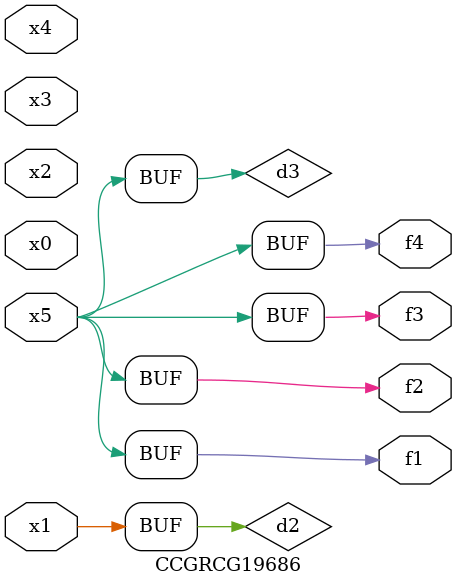
<source format=v>
module CCGRCG19686(
	input x0, x1, x2, x3, x4, x5,
	output f1, f2, f3, f4
);

	wire d1, d2, d3;

	not (d1, x5);
	or (d2, x1);
	xnor (d3, d1);
	assign f1 = d3;
	assign f2 = d3;
	assign f3 = d3;
	assign f4 = d3;
endmodule

</source>
